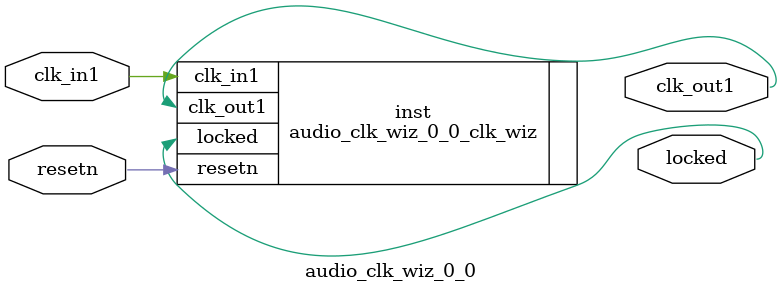
<source format=v>


`timescale 1ps/1ps

(* CORE_GENERATION_INFO = "audio_clk_wiz_0_0,clk_wiz_v6_0_15_0_0,{component_name=audio_clk_wiz_0_0,use_phase_alignment=true,use_min_o_jitter=false,use_max_i_jitter=false,use_dyn_phase_shift=false,use_inclk_switchover=false,use_dyn_reconfig=false,enable_axi=0,feedback_source=FDBK_AUTO,PRIMITIVE=MMCM,num_out_clk=1,clkin1_period=10.000,clkin2_period=10.000,use_power_down=false,use_reset=true,use_locked=true,use_inclk_stopped=false,feedback_type=SINGLE,CLOCK_MGR_TYPE=NA,manual_override=false}" *)

module audio_clk_wiz_0_0 
 (
  // Clock out ports
  output        clk_out1,
  // Status and control signals
  input         resetn,
  output        locked,
 // Clock in ports
  input         clk_in1
 );

  audio_clk_wiz_0_0_clk_wiz inst
  (
  // Clock out ports  
  .clk_out1(clk_out1),
  // Status and control signals               
  .resetn(resetn), 
  .locked(locked),
 // Clock in ports
  .clk_in1(clk_in1)
  );

endmodule

</source>
